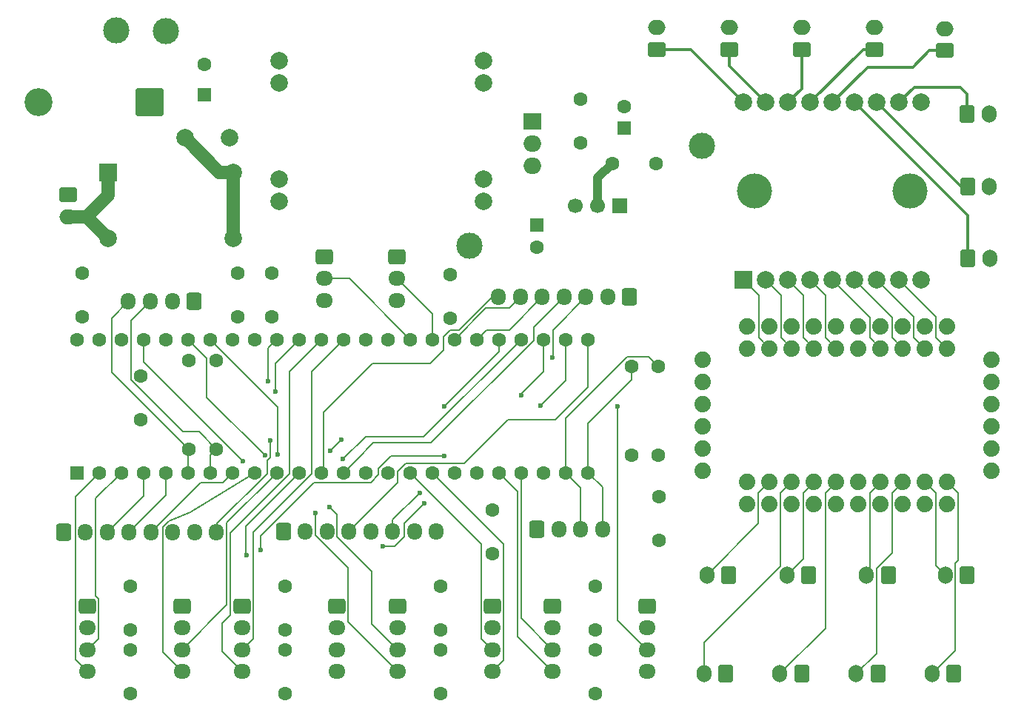
<source format=gbr>
%TF.GenerationSoftware,KiCad,Pcbnew,9.0.6*%
%TF.CreationDate,2026-01-04T18:25:18-08:00*%
%TF.ProjectId,2025_Animation_Controller,32303235-5f41-46e6-996d-6174696f6e5f,rev?*%
%TF.SameCoordinates,Original*%
%TF.FileFunction,Copper,L1,Top*%
%TF.FilePolarity,Positive*%
%FSLAX46Y46*%
G04 Gerber Fmt 4.6, Leading zero omitted, Abs format (unit mm)*
G04 Created by KiCad (PCBNEW 9.0.6) date 2026-01-04 18:25:18*
%MOMM*%
%LPD*%
G01*
G04 APERTURE LIST*
G04 Aperture macros list*
%AMRoundRect*
0 Rectangle with rounded corners*
0 $1 Rounding radius*
0 $2 $3 $4 $5 $6 $7 $8 $9 X,Y pos of 4 corners*
0 Add a 4 corners polygon primitive as box body*
4,1,4,$2,$3,$4,$5,$6,$7,$8,$9,$2,$3,0*
0 Add four circle primitives for the rounded corners*
1,1,$1+$1,$2,$3*
1,1,$1+$1,$4,$5*
1,1,$1+$1,$6,$7*
1,1,$1+$1,$8,$9*
0 Add four rect primitives between the rounded corners*
20,1,$1+$1,$2,$3,$4,$5,0*
20,1,$1+$1,$4,$5,$6,$7,0*
20,1,$1+$1,$6,$7,$8,$9,0*
20,1,$1+$1,$8,$9,$2,$3,0*%
G04 Aperture macros list end*
%TA.AperFunction,WasherPad*%
%ADD10C,4.000000*%
%TD*%
%TA.AperFunction,ComponentPad*%
%ADD11R,2.000000X2.000000*%
%TD*%
%TA.AperFunction,ComponentPad*%
%ADD12C,2.000000*%
%TD*%
%TA.AperFunction,ComponentPad*%
%ADD13C,3.000000*%
%TD*%
%TA.AperFunction,ComponentPad*%
%ADD14RoundRect,0.250000X0.750000X-0.600000X0.750000X0.600000X-0.750000X0.600000X-0.750000X-0.600000X0*%
%TD*%
%TA.AperFunction,ComponentPad*%
%ADD15O,2.000000X1.700000*%
%TD*%
%TA.AperFunction,ComponentPad*%
%ADD16RoundRect,0.250000X0.600000X0.750000X-0.600000X0.750000X-0.600000X-0.750000X0.600000X-0.750000X0*%
%TD*%
%TA.AperFunction,ComponentPad*%
%ADD17O,1.700000X2.000000*%
%TD*%
%TA.AperFunction,ComponentPad*%
%ADD18RoundRect,0.250000X-0.725000X0.600000X-0.725000X-0.600000X0.725000X-0.600000X0.725000X0.600000X0*%
%TD*%
%TA.AperFunction,ComponentPad*%
%ADD19O,1.950000X1.700000*%
%TD*%
%TA.AperFunction,ComponentPad*%
%ADD20RoundRect,0.250000X0.550000X-0.550000X0.550000X0.550000X-0.550000X0.550000X-0.550000X-0.550000X0*%
%TD*%
%TA.AperFunction,ComponentPad*%
%ADD21C,1.600000*%
%TD*%
%TA.AperFunction,ComponentPad*%
%ADD22RoundRect,0.250000X0.600000X0.725000X-0.600000X0.725000X-0.600000X-0.725000X0.600000X-0.725000X0*%
%TD*%
%TA.AperFunction,ComponentPad*%
%ADD23O,1.700000X1.950000*%
%TD*%
%TA.AperFunction,ComponentPad*%
%ADD24R,2.000000X1.905000*%
%TD*%
%TA.AperFunction,ComponentPad*%
%ADD25O,2.000000X1.905000*%
%TD*%
%TA.AperFunction,ComponentPad*%
%ADD26RoundRect,0.250000X-0.600000X-0.750000X0.600000X-0.750000X0.600000X0.750000X-0.600000X0.750000X0*%
%TD*%
%TA.AperFunction,ComponentPad*%
%ADD27RoundRect,0.250000X-0.550000X0.550000X-0.550000X-0.550000X0.550000X-0.550000X0.550000X0.550000X0*%
%TD*%
%TA.AperFunction,ComponentPad*%
%ADD28RoundRect,0.250000X-0.750000X0.600000X-0.750000X-0.600000X0.750000X-0.600000X0.750000X0.600000X0*%
%TD*%
%TA.AperFunction,ComponentPad*%
%ADD29RoundRect,0.250000X-0.600000X-0.725000X0.600000X-0.725000X0.600000X0.725000X-0.600000X0.725000X0*%
%TD*%
%TA.AperFunction,ComponentPad*%
%ADD30R,1.600000X1.600000*%
%TD*%
%TA.AperFunction,ComponentPad*%
%ADD31RoundRect,0.250000X1.350000X1.350000X-1.350000X1.350000X-1.350000X-1.350000X1.350000X-1.350000X0*%
%TD*%
%TA.AperFunction,ComponentPad*%
%ADD32C,3.200000*%
%TD*%
%TA.AperFunction,ComponentPad*%
%ADD33R,1.700000X1.700000*%
%TD*%
%TA.AperFunction,ComponentPad*%
%ADD34C,1.700000*%
%TD*%
%TA.AperFunction,ComponentPad*%
%ADD35C,1.879600*%
%TD*%
%TA.AperFunction,ViaPad*%
%ADD36C,0.600000*%
%TD*%
%TA.AperFunction,Conductor*%
%ADD37C,1.500000*%
%TD*%
%TA.AperFunction,Conductor*%
%ADD38C,0.200000*%
%TD*%
%TA.AperFunction,Conductor*%
%ADD39C,1.000000*%
%TD*%
%TA.AperFunction,Conductor*%
%ADD40C,0.300000*%
%TD*%
G04 APERTURE END LIST*
D10*
%TO.P,U1,*%
%TO.N,*%
X180720000Y-61600000D03*
X198500000Y-61600000D03*
D11*
%TO.P,U1,1,IN1*%
%TO.N,/LED_1*%
X179450000Y-71760000D03*
D12*
%TO.P,U1,2,IN2*%
%TO.N,/LED_2*%
X181990000Y-71760000D03*
%TO.P,U1,3,IN3*%
%TO.N,/LED_3*%
X184530000Y-71760000D03*
%TO.P,U1,4,IN4*%
%TO.N,/LED_4*%
X187070000Y-71760000D03*
%TO.P,U1,5,IN5*%
%TO.N,/LED_5*%
X189610000Y-71760000D03*
%TO.P,U1,6,IN6*%
%TO.N,/LED_6*%
X192150000Y-71760000D03*
%TO.P,U1,7,IN7*%
%TO.N,/LED_7*%
X194690000Y-71760000D03*
%TO.P,U1,8,IN8*%
%TO.N,/LED_8*%
X197230000Y-71760000D03*
%TO.P,U1,9,GND*%
%TO.N,GND*%
X199770000Y-71760000D03*
%TO.P,U1,10,COM*%
%TO.N,+12V*%
X199770000Y-51440000D03*
%TO.P,U1,11,OUT8*%
%TO.N,/LED_8_12V*%
X197230000Y-51440000D03*
%TO.P,U1,12,OUT7*%
%TO.N,/LED_7_12V*%
X194690000Y-51440000D03*
%TO.P,U1,13,OUT6*%
%TO.N,/LED_6_12V*%
X192150000Y-51440000D03*
%TO.P,U1,14,OUT5*%
%TO.N,/LED_5_12V*%
X189610000Y-51440000D03*
%TO.P,U1,15,OUT4*%
%TO.N,/LED_4_12V*%
X187070000Y-51440000D03*
%TO.P,U1,16,OUT3*%
%TO.N,/LED_3_12V*%
X184530000Y-51440000D03*
%TO.P,U1,17,OUT2*%
%TO.N,/LED_2_12V*%
X181990000Y-51440000D03*
%TO.P,U1,18,OUT1*%
%TO.N,/LED_1_12V*%
X179450000Y-51440000D03*
%TD*%
%TO.P,U3,1,Vin-*%
%TO.N,GND*%
X126300000Y-46700000D03*
%TO.P,U3,2,Vin-*%
X126300000Y-49240000D03*
%TO.P,U3,3,Vin+*%
%TO.N,+12V*%
X126300000Y-60232000D03*
%TO.P,U3,4,Vin+*%
X126300000Y-62772000D03*
%TO.P,U3,5,Vout+*%
%TO.N,+5V*%
X149668000Y-62772000D03*
%TO.P,U3,6,Vout+*%
X149668000Y-60232000D03*
%TO.P,U3,7,Vout-*%
%TO.N,GND*%
X149668000Y-49240000D03*
%TO.P,U3,8,Vout-*%
X149668000Y-46700000D03*
%TD*%
D13*
%TO.P,TP4,1,1*%
%TO.N,3V3_AUX*%
X174700000Y-56400000D03*
%TD*%
D14*
%TO.P,J5,1,Pin_1*%
%TO.N,/LED_4_12V*%
X194375000Y-45400000D03*
D15*
%TO.P,J5,2,Pin_2*%
%TO.N,+12V*%
X194375000Y-42900000D03*
%TD*%
D16*
%TO.P,J15,1,Pin_1*%
%TO.N,GND*%
X194800000Y-116800000D03*
D17*
%TO.P,J15,2,Pin_2*%
%TO.N,/BUTTON_6*%
X192300000Y-116800000D03*
%TD*%
D18*
%TO.P,J28,1,Pin_1*%
%TO.N,GND*%
X157600000Y-109050000D03*
D19*
%TO.P,J28,2,Pin_2*%
%TO.N,3V3_AUX*%
X157600000Y-111550000D03*
%TO.P,J28,3,Pin_3*%
%TO.N,/REMOTE_ACT_7_TX*%
X157600000Y-114050000D03*
%TO.P,J28,4,Pin_4*%
%TO.N,/REMOTE_ACT_7_RX*%
X157600000Y-116550000D03*
%TD*%
D20*
%TO.P,C16,1*%
%TO.N,3V3_AUX*%
X165800000Y-54396369D03*
D21*
%TO.P,C16,2*%
%TO.N,GND*%
X165800000Y-51896369D03*
%TD*%
%TO.P,C7,1*%
%TO.N,3V3_AUX*%
X109300000Y-114100000D03*
%TO.P,C7,2*%
%TO.N,GND*%
X109300000Y-119100000D03*
%TD*%
D14*
%TO.P,J3,1,Pin_1*%
%TO.N,/LED_2_12V*%
X177775000Y-45400000D03*
D15*
%TO.P,J3,2,Pin_2*%
%TO.N,+12V*%
X177775000Y-42900000D03*
%TD*%
D22*
%TO.P,J21,1,Pin_1*%
%TO.N,GND*%
X166400000Y-73700000D03*
D23*
%TO.P,J21,2,Pin_2*%
%TO.N,/Display_Power*%
X163900000Y-73700000D03*
%TO.P,J21,3,Pin_3*%
%TO.N,/SPI_SCK*%
X161400000Y-73700000D03*
%TO.P,J21,4,Pin_4*%
%TO.N,/SPI_MOSI*%
X158900000Y-73700000D03*
%TO.P,J21,5,Pin_5*%
%TO.N,/LCD_RST*%
X156400000Y-73700000D03*
%TO.P,J21,6,Pin_6*%
%TO.N,/LCD_DC*%
X153900000Y-73700000D03*
%TO.P,J21,7,Pin_7*%
%TO.N,/SPI_CS*%
X151400000Y-73700000D03*
%TD*%
D11*
%TO.P,D3,1*%
%TO.N,Net-(J30-Pin_2)*%
X106792500Y-59450000D03*
D12*
%TO.P,D3,2*%
X106792500Y-66950000D03*
%TO.P,D3,3*%
%TO.N,Net-(D3-Pad3)*%
X121042500Y-66950000D03*
%TO.P,D3,4*%
X121042500Y-59450000D03*
%TD*%
D16*
%TO.P,J10,1,Pin_1*%
%TO.N,GND*%
X177750000Y-105500000D03*
D17*
%TO.P,J10,2,Pin_2*%
%TO.N,/BUTTON_1*%
X175250000Y-105500000D03*
%TD*%
D18*
%TO.P,J20,1,Pin_1*%
%TO.N,GND*%
X139800000Y-69100000D03*
D19*
%TO.P,J20,2,Pin_2*%
%TO.N,/ANALOG_ACCEL_INPUT*%
X139800000Y-71600000D03*
%TO.P,J20,3,Pin_3*%
%TO.N,3V3_MCU*%
X139800000Y-74100000D03*
%TD*%
D16*
%TO.P,J16,1,Pin_1*%
%TO.N,GND*%
X205000000Y-105500000D03*
D17*
%TO.P,J16,2,Pin_2*%
%TO.N,/BUTTON_7*%
X202500000Y-105500000D03*
%TD*%
D14*
%TO.P,J2,1,Pin_1*%
%TO.N,/LED_1_12V*%
X169475000Y-45400000D03*
D15*
%TO.P,J2,2,Pin_2*%
%TO.N,+12V*%
X169475000Y-42900000D03*
%TD*%
D21*
%TO.P,C18,1*%
%TO.N,3V3_AUX*%
X160800000Y-56100000D03*
%TO.P,C18,2*%
%TO.N,GND*%
X160800000Y-51100000D03*
%TD*%
D18*
%TO.P,J24,1,Pin_1*%
%TO.N,GND*%
X122100000Y-109050000D03*
D19*
%TO.P,J24,2,Pin_2*%
%TO.N,3V3_AUX*%
X122100000Y-111550000D03*
%TO.P,J24,3,Pin_3*%
%TO.N,/REMOTE_ACT_3_TX*%
X122100000Y-114050000D03*
%TO.P,J24,4,Pin_4*%
%TO.N,/REMOTE_ACT_3_RX*%
X122100000Y-116550000D03*
%TD*%
D24*
%TO.P,U4,1,GND*%
%TO.N,GND*%
X155300000Y-53600000D03*
D25*
%TO.P,U4,2,VO*%
%TO.N,3V3_AUX*%
X155300000Y-56140000D03*
%TO.P,U4,3,VI*%
%TO.N,+5V*%
X155300000Y-58680000D03*
%TD*%
D21*
%TO.P,C2,1*%
%TO.N,3V3_MCU*%
X125500000Y-76000000D03*
%TO.P,C2,2*%
%TO.N,GND*%
X125500000Y-71000000D03*
%TD*%
%TO.P,C19,1*%
%TO.N,GND*%
X150725000Y-98100000D03*
%TO.P,C19,2*%
%TO.N,3V3_AUX*%
X150725000Y-103100000D03*
%TD*%
D26*
%TO.P,J8,1,Pin_1*%
%TO.N,/LED_7_12V*%
X205050000Y-61075000D03*
D17*
%TO.P,J8,2,Pin_2*%
%TO.N,+12V*%
X207550000Y-61075000D03*
%TD*%
D21*
%TO.P,C1,1*%
%TO.N,3V3_MCU*%
X121600000Y-76000000D03*
%TO.P,C1,2*%
%TO.N,GND*%
X121600000Y-71000000D03*
%TD*%
%TO.P,C6,1*%
%TO.N,3V3_AUX*%
X109300000Y-111800000D03*
%TO.P,C6,2*%
%TO.N,GND*%
X109300000Y-106800000D03*
%TD*%
D14*
%TO.P,J4,1,Pin_1*%
%TO.N,/LED_3_12V*%
X186075000Y-45375000D03*
D15*
%TO.P,J4,2,Pin_2*%
%TO.N,+12V*%
X186075000Y-42875000D03*
%TD*%
D21*
%TO.P,C4,1*%
%TO.N,3V3_AUX*%
X169800000Y-96500000D03*
%TO.P,C4,2*%
%TO.N,GND*%
X169800000Y-101500000D03*
%TD*%
D27*
%TO.P,C17,1*%
%TO.N,+5V*%
X155800000Y-65503631D03*
D21*
%TO.P,C17,2*%
%TO.N,GND*%
X155800000Y-68003631D03*
%TD*%
D13*
%TO.P,TP2,1,1*%
%TO.N,+12V*%
X113400000Y-43300000D03*
%TD*%
D28*
%TO.P,J30,1,Pin_1*%
%TO.N,GND*%
X102200000Y-62000000D03*
D15*
%TO.P,J30,2,Pin_2*%
%TO.N,Net-(J30-Pin_2)*%
X102200000Y-64500000D03*
%TD*%
D29*
%TO.P,J31,1,Pin_1*%
%TO.N,GND*%
X101675000Y-100575000D03*
D23*
%TO.P,J31,2,Pin_2*%
%TO.N,3V3_AUX*%
X104175000Y-100575000D03*
%TO.P,J31,3,Pin_3*%
%TO.N,/SPARE_2*%
X106675000Y-100575000D03*
%TO.P,J31,4,Pin_4*%
%TO.N,/SPARE_3*%
X109175000Y-100575000D03*
%TO.P,J31,5,Pin_5*%
%TO.N,/SPARE_6*%
X111675000Y-100575000D03*
%TO.P,J31,6,Pin_6*%
%TO.N,/SPARE_9*%
X114175000Y-100575000D03*
%TO.P,J31,7,Pin_7*%
%TO.N,/SPARE_26*%
X116675000Y-100575000D03*
%TO.P,J31,8,Pin_8*%
%TO.N,/SPARE_27*%
X119175000Y-100575000D03*
%TD*%
D29*
%TO.P,J32,1,Pin_1*%
%TO.N,GND*%
X126800000Y-100500000D03*
D23*
%TO.P,J32,2,Pin_2*%
%TO.N,3V3_AUX*%
X129300000Y-100500000D03*
%TO.P,J32,3,Pin_3*%
%TO.N,/SPARE_30*%
X131800000Y-100500000D03*
%TO.P,J32,4,Pin_4*%
%TO.N,/SPARE_33*%
X134300000Y-100500000D03*
%TO.P,J32,5,Pin_5*%
%TO.N,/SPARE_36*%
X136800000Y-100500000D03*
%TO.P,J32,6,Pin_6*%
%TO.N,/SPARE_37*%
X139300000Y-100500000D03*
%TO.P,J32,7,Pin_7*%
%TO.N,/SPARE_23*%
X141800000Y-100500000D03*
%TO.P,J32,8,Pin_8*%
%TO.N,unconnected-(J32-Pin_8-Pad8)*%
X144300000Y-100500000D03*
%TD*%
D18*
%TO.P,J19,1,Pin_1*%
%TO.N,GND*%
X131500000Y-69100000D03*
D19*
%TO.P,J19,2,Pin_2*%
%TO.N,/ANALOG_SPEED_INPUT*%
X131500000Y-71600000D03*
%TO.P,J19,3,Pin_3*%
%TO.N,3V3_MCU*%
X131500000Y-74100000D03*
%TD*%
D18*
%TO.P,J22,1,Pin_1*%
%TO.N,GND*%
X104400000Y-109050000D03*
D19*
%TO.P,J22,2,Pin_2*%
%TO.N,3V3_AUX*%
X104400000Y-111550000D03*
%TO.P,J22,3,Pin_3*%
%TO.N,/REMOTE_ACT_1_TX*%
X104400000Y-114050000D03*
%TO.P,J22,4,Pin_4*%
%TO.N,/REMOTE_ACT_1_RX*%
X104400000Y-116550000D03*
%TD*%
D30*
%TO.P,U2,1,GND*%
%TO.N,GND*%
X103205000Y-93800000D03*
D21*
%TO.P,U2,2,0_RX1_CRX2_CS1*%
%TO.N,/REMOTE_ACT_1_RX*%
X105745000Y-93800000D03*
%TO.P,U2,3,1_TX1_CTX2_MISO1*%
%TO.N,/REMOTE_ACT_1_TX*%
X108285000Y-93800000D03*
%TO.P,U2,4,2_OUT2*%
%TO.N,/SPARE_2*%
X110825000Y-93800000D03*
%TO.P,U2,5,3_LRCLK2*%
%TO.N,/SPARE_3*%
X113365000Y-93800000D03*
%TO.P,U2,6,4_BCLK2*%
%TO.N,/ENCODER_B*%
X115905000Y-93800000D03*
%TO.P,U2,7,5_IN2*%
%TO.N,/ENCODER_A*%
X118445000Y-93800000D03*
%TO.P,U2,8,6_OUT1D*%
%TO.N,/SPARE_6*%
X120985000Y-93800000D03*
%TO.P,U2,9,7_RX2_OUT1A*%
%TO.N,/REMOTE_ACT_2_RX*%
X123525000Y-93800000D03*
%TO.P,U2,10,8_TX2_IN1*%
%TO.N,/REMOTE_ACT_2_TX*%
X126065000Y-93800000D03*
%TO.P,U2,11,9_OUT1C*%
%TO.N,/SPARE_9*%
X128605000Y-93800000D03*
%TO.P,U2,12,10_CS_MQSR*%
%TO.N,/SPI_CS*%
X131145000Y-93800000D03*
%TO.P,U2,13,11_MOSI_CTX1*%
%TO.N,/SPI_MOSI*%
X133685000Y-93800000D03*
%TO.P,U2,14,12_MISO_MQSL*%
%TO.N,unconnected-(U2-12_MISO_MQSL-Pad14)*%
X136225000Y-93800000D03*
%TO.P,U2,15,3V3*%
%TO.N,3V3_MCU*%
X138765000Y-93800000D03*
%TO.P,U2,16,24_A10_TX6_SCL2*%
%TO.N,/REMOTE_ACT_6_TX*%
X141305000Y-93800000D03*
%TO.P,U2,17,25_A11_RX6_SDA2*%
%TO.N,/REMOTE_ACT_6_RX*%
X143845000Y-93800000D03*
%TO.P,U2,18,26_A12_MOSI1*%
%TO.N,/SPARE_26*%
X146385000Y-93800000D03*
%TO.P,U2,19,27_A13_SCK1*%
%TO.N,/SPARE_27*%
X148925000Y-93800000D03*
%TO.P,U2,20,28_RX7*%
%TO.N,/REMOTE_ACT_7_RX*%
X151465000Y-93800000D03*
%TO.P,U2,21,29_TX7*%
%TO.N,/REMOTE_ACT_7_TX*%
X154005000Y-93800000D03*
%TO.P,U2,22,30_CRX3*%
%TO.N,/SPARE_30*%
X156545000Y-93800000D03*
%TO.P,U2,23,31_CTX3*%
%TO.N,/I2C2_SDA*%
X159085000Y-93800000D03*
%TO.P,U2,24,32_OUT1B*%
%TO.N,/I2C2_SCL*%
X161625000Y-93800000D03*
%TO.P,U2,25,33_MCLK2*%
%TO.N,/SPARE_33*%
X161625000Y-78560000D03*
%TO.P,U2,26,34_RX8*%
%TO.N,/REMOTE_ACT_8_RX*%
X159085000Y-78560000D03*
%TO.P,U2,27,35_TX8*%
%TO.N,/REMOTE_ACT_8_TX*%
X156545000Y-78560000D03*
%TO.P,U2,28,36_CS*%
%TO.N,/SPARE_36*%
X154005000Y-78560000D03*
%TO.P,U2,29,37_CS*%
%TO.N,/SPARE_37*%
X151465000Y-78560000D03*
%TO.P,U2,30,38_CS1_IN1*%
%TO.N,/LCD_RST*%
X148925000Y-78560000D03*
%TO.P,U2,31,39_MISO1_OUT1A*%
%TO.N,/LCD_DC*%
X146385000Y-78560000D03*
%TO.P,U2,32,40_A16*%
%TO.N,/ANALOG_ACCEL_INPUT*%
X143845000Y-78560000D03*
%TO.P,U2,33,41_A17*%
%TO.N,/ANALOG_SPEED_INPUT*%
X141305000Y-78560000D03*
%TO.P,U2,34,GND*%
%TO.N,GND*%
X138765000Y-78560000D03*
%TO.P,U2,35,13_SCK_LED*%
%TO.N,/SPI_SCK*%
X136225000Y-78560000D03*
%TO.P,U2,36,14_A0_TX3_SPDIF_OUT*%
%TO.N,/REMOTE_ACT_3_TX*%
X133685000Y-78560000D03*
%TO.P,U2,37,15_A1_RX3_SPDIF_IN*%
%TO.N,/REMOTE_ACT_3_RX*%
X131145000Y-78560000D03*
%TO.P,U2,38,16_A2_RX4_SCL1*%
%TO.N,/REMOTE_ACT_4_RX*%
X128605000Y-78560000D03*
%TO.P,U2,39,17_A3_TX4_SDA1*%
%TO.N,/REMOTE_ACT_4_TX*%
X126065000Y-78560000D03*
%TO.P,U2,40,18_A4_SDA*%
%TO.N,/I2C_SDA*%
X123525000Y-78560000D03*
%TO.P,U2,41,19_A5_SCL*%
%TO.N,/I2C_SCL*%
X120985000Y-78560000D03*
%TO.P,U2,42,20_A6_TX5_LRCLK1*%
%TO.N,/REMOTE_ACT_5_TX*%
X118445000Y-78560000D03*
%TO.P,U2,43,21_A7_RX5_BCLK1*%
%TO.N,/REMOTE_ACT_5_RX*%
X115905000Y-78560000D03*
%TO.P,U2,44,22_A8_CTX1*%
%TO.N,/SX1509_INT*%
X113365000Y-78560000D03*
%TO.P,U2,45,23_A9_CRX1_MCLK1*%
%TO.N,/SPARE_23*%
X110825000Y-78560000D03*
%TO.P,U2,46,3V3*%
%TO.N,3V3_MCU*%
X108285000Y-78560000D03*
%TO.P,U2,47,GND*%
%TO.N,GND*%
X105745000Y-78560000D03*
%TO.P,U2,48,VIN*%
%TO.N,+5V*%
X103205000Y-78560000D03*
%TD*%
D16*
%TO.P,J13,1,Pin_1*%
%TO.N,GND*%
X186100000Y-116800000D03*
D17*
%TO.P,J13,2,Pin_2*%
%TO.N,/BUTTON_4*%
X183600000Y-116800000D03*
%TD*%
D21*
%TO.P,C11,1*%
%TO.N,3V3_AUX*%
X144800000Y-114100000D03*
%TO.P,C11,2*%
%TO.N,GND*%
X144800000Y-119100000D03*
%TD*%
D31*
%TO.P,D2,1,K*%
%TO.N,+12V*%
X111500000Y-51400000D03*
D32*
%TO.P,D2,2,A*%
%TO.N,GND*%
X98800000Y-51400000D03*
%TD*%
D21*
%TO.P,C14,1*%
%TO.N,+5V*%
X103800000Y-76000000D03*
%TO.P,C14,2*%
%TO.N,GND*%
X103800000Y-71000000D03*
%TD*%
D22*
%TO.P,J18,1,Pin_1*%
%TO.N,GND*%
X116600000Y-74200000D03*
D23*
%TO.P,J18,2,Pin_2*%
%TO.N,3V3_MCU*%
X114100000Y-74200000D03*
%TO.P,J18,3,Pin_3*%
%TO.N,/ENCODER_A*%
X111600000Y-74200000D03*
%TO.P,J18,4,Pin_4*%
%TO.N,/ENCODER_B*%
X109100000Y-74200000D03*
%TD*%
D29*
%TO.P,J1,1,Pin_1*%
%TO.N,GND*%
X155795000Y-100250000D03*
D23*
%TO.P,J1,2,Pin_2*%
%TO.N,3V3_AUX*%
X158295000Y-100250000D03*
%TO.P,J1,3,Pin_3*%
%TO.N,/I2C2_SDA*%
X160795000Y-100250000D03*
%TO.P,J1,4,Pin_4*%
%TO.N,/I2C2_SCL*%
X163295000Y-100250000D03*
%TD*%
D20*
%TO.P,C20,1*%
%TO.N,+12V*%
X117800000Y-50552651D03*
D21*
%TO.P,C20,2*%
%TO.N,GND*%
X117800000Y-47052651D03*
%TD*%
D33*
%TO.P,JP1,1,A*%
%TO.N,3V3_AUX*%
X165280000Y-63300000D03*
D34*
%TO.P,JP1,2,C*%
%TO.N,/Display_Power*%
X162740000Y-63300000D03*
%TO.P,JP1,3,B*%
%TO.N,+5V*%
X160200000Y-63300000D03*
%TD*%
D18*
%TO.P,J26,1,Pin_1*%
%TO.N,GND*%
X139900000Y-109050000D03*
D19*
%TO.P,J26,2,Pin_2*%
%TO.N,3V3_AUX*%
X139900000Y-111550000D03*
%TO.P,J26,3,Pin_3*%
%TO.N,/REMOTE_ACT_5_TX*%
X139900000Y-114050000D03*
%TO.P,J26,4,Pin_4*%
%TO.N,/REMOTE_ACT_5_RX*%
X139900000Y-116550000D03*
%TD*%
D18*
%TO.P,J29,1,Pin_1*%
%TO.N,GND*%
X168400000Y-109050000D03*
D19*
%TO.P,J29,2,Pin_2*%
%TO.N,3V3_AUX*%
X168400000Y-111550000D03*
%TO.P,J29,3,Pin_3*%
%TO.N,/REMOTE_ACT_8_TX*%
X168400000Y-114050000D03*
%TO.P,J29,4,Pin_4*%
%TO.N,/REMOTE_ACT_8_RX*%
X168400000Y-116550000D03*
%TD*%
D18*
%TO.P,J25,1,Pin_1*%
%TO.N,GND*%
X132900000Y-109050000D03*
D19*
%TO.P,J25,2,Pin_2*%
%TO.N,3V3_AUX*%
X132900000Y-111550000D03*
%TO.P,J25,3,Pin_3*%
%TO.N,/REMOTE_ACT_4_TX*%
X132900000Y-114050000D03*
%TO.P,J25,4,Pin_4*%
%TO.N,/REMOTE_ACT_4_RX*%
X132900000Y-116550000D03*
%TD*%
D21*
%TO.P,C12,1*%
%TO.N,3V3_AUX*%
X162500000Y-111800000D03*
%TO.P,C12,2*%
%TO.N,GND*%
X162500000Y-106800000D03*
%TD*%
D18*
%TO.P,J23,1,Pin_1*%
%TO.N,GND*%
X115200000Y-109050000D03*
D19*
%TO.P,J23,2,Pin_2*%
%TO.N,3V3_AUX*%
X115200000Y-111550000D03*
%TO.P,J23,3,Pin_3*%
%TO.N,/REMOTE_ACT_2_TX*%
X115200000Y-114050000D03*
%TO.P,J23,4,Pin_4*%
%TO.N,/REMOTE_ACT_2_RX*%
X115200000Y-116550000D03*
%TD*%
D21*
%TO.P,C8,1*%
%TO.N,3V3_AUX*%
X127000000Y-111800000D03*
%TO.P,C8,2*%
%TO.N,GND*%
X127000000Y-106800000D03*
%TD*%
%TO.P,C13,1*%
%TO.N,3V3_AUX*%
X162500000Y-114100000D03*
%TO.P,C13,2*%
%TO.N,GND*%
X162500000Y-119100000D03*
%TD*%
D16*
%TO.P,J11,1,Pin_1*%
%TO.N,GND*%
X177400000Y-116800000D03*
D17*
%TO.P,J11,2,Pin_2*%
%TO.N,/BUTTON_2*%
X174900000Y-116800000D03*
%TD*%
D13*
%TO.P,TP1,1,1*%
%TO.N,GND*%
X107700000Y-43200000D03*
%TD*%
%TO.P,TP3,1,1*%
%TO.N,+5V*%
X148100000Y-67800000D03*
%TD*%
D16*
%TO.P,J12,1,Pin_1*%
%TO.N,GND*%
X186900000Y-105500000D03*
D17*
%TO.P,J12,2,Pin_2*%
%TO.N,/BUTTON_3*%
X184400000Y-105500000D03*
%TD*%
D26*
%TO.P,J7,1,Pin_1*%
%TO.N,/LED_6_12V*%
X205100000Y-69300000D03*
D17*
%TO.P,J7,2,Pin_2*%
%TO.N,+12V*%
X207600000Y-69300000D03*
%TD*%
D35*
%TO.P,U5,1,~{INT}*%
%TO.N,/SX1509_INT*%
X174800000Y-93570000D03*
%TO.P,U5,2,~{RST}*%
%TO.N,unconnected-(U5-~{RST}-Pad2)*%
X174800000Y-91030000D03*
%TO.P,U5,3,GND*%
%TO.N,GND*%
X174800000Y-88490000D03*
%TO.P,U5,4,3V3*%
%TO.N,3V3_AUX*%
X174800000Y-85950000D03*
%TO.P,U5,5,~{SDA}*%
%TO.N,/I2C_SDA*%
X174800000Y-83410000D03*
%TO.P,U5,6,~{SCL}*%
%TO.N,/I2C_SCL*%
X174800000Y-80870000D03*
%TO.P,U5,7,OSC*%
%TO.N,unconnected-(U5-OSC-Pad7)*%
X207820000Y-93570000D03*
%TO.P,U5,8,~{RST}*%
%TO.N,unconnected-(U5-~{RST}-Pad8)*%
X207820000Y-91030000D03*
%TO.P,U5,9,GND*%
%TO.N,GND*%
X207820000Y-88490000D03*
%TO.P,U5,10,3V3*%
%TO.N,unconnected-(U5-3V3-Pad10)*%
X207820000Y-85950000D03*
%TO.P,U5,11,~{SDA}*%
%TO.N,unconnected-(U5-~{SDA}-Pad11)*%
X207820000Y-83410000D03*
%TO.P,U5,12,~{SCL}*%
%TO.N,unconnected-(U5-~{SCL}-Pad12)*%
X207820000Y-80870000D03*
%TO.P,U5,13,GND*%
%TO.N,GND*%
X179880000Y-94840000D03*
%TO.P,U5,14,P0*%
%TO.N,/BUTTON_1*%
X182420000Y-94840000D03*
%TO.P,U5,15,P1*%
%TO.N,/BUTTON_2*%
X184960000Y-94840000D03*
%TO.P,U5,16,P2*%
%TO.N,/BUTTON_3*%
X187500000Y-94840000D03*
%TO.P,U5,17,P3*%
%TO.N,/BUTTON_4*%
X190040000Y-94840000D03*
%TO.P,U5,18,VC1*%
%TO.N,unconnected-(U5-VC1-Pad18)*%
X192580000Y-94840000D03*
%TO.P,U5,19,P4*%
%TO.N,/BUTTON_5*%
X195120000Y-94840000D03*
%TO.P,U5,20,P5*%
%TO.N,/BUTTON_6*%
X197660000Y-94840000D03*
%TO.P,U5,21,P6*%
%TO.N,/BUTTON_7*%
X200200000Y-94840000D03*
%TO.P,U5,22,P7*%
%TO.N,/BUTTON_8*%
X202740000Y-94840000D03*
%TO.P,U5,23,P8*%
%TO.N,/LED_8*%
X202740000Y-79600000D03*
%TO.P,U5,24,P9*%
%TO.N,/LED_7*%
X200200000Y-79600000D03*
%TO.P,U5,25,P10*%
%TO.N,/LED_6*%
X197660000Y-79600000D03*
%TO.P,U5,26,P11*%
%TO.N,/LED_5*%
X195120000Y-79600000D03*
%TO.P,U5,27,VC2*%
%TO.N,unconnected-(U5-VC2-Pad27)*%
X192580000Y-79600000D03*
%TO.P,U5,28,P12*%
%TO.N,/LED_4*%
X190040000Y-79600000D03*
%TO.P,U5,29,P13*%
%TO.N,/LED_3*%
X187500000Y-79600000D03*
%TO.P,U5,30,P14*%
%TO.N,/LED_2*%
X184960000Y-79600000D03*
%TO.P,U5,31,P15*%
%TO.N,/LED_1*%
X182420000Y-79600000D03*
%TO.P,U5,32,GND*%
%TO.N,GND*%
X179880000Y-79600000D03*
%TO.P,U5,33,GND*%
X179880000Y-77060000D03*
%TO.P,U5,34,P15_COM*%
X182420000Y-77060000D03*
%TO.P,U5,35,P14_COM*%
X184960000Y-77060000D03*
%TO.P,U5,36,P13_COM*%
X187500000Y-77060000D03*
%TO.P,U5,37,P12_COM*%
X190040000Y-77060000D03*
%TO.P,U5,38,VC2_COM*%
X192580000Y-77060000D03*
%TO.P,U5,39,P11_COM*%
X195120000Y-77060000D03*
%TO.P,U5,40,P10_COM*%
X197660000Y-77060000D03*
%TO.P,U5,41,P9_COM*%
X200200000Y-77060000D03*
%TO.P,U5,42,P8_COM*%
X202740000Y-77060000D03*
%TO.P,U5,43,P7_COM*%
X202740000Y-97380000D03*
%TO.P,U5,44,P6_COM*%
X200200000Y-97380000D03*
%TO.P,U5,45,P5_COM*%
X197660000Y-97380000D03*
%TO.P,U5,46,P4_COM*%
X195120000Y-97380000D03*
%TO.P,U5,47,VC1_COM*%
X192580000Y-97380000D03*
%TO.P,U5,48,P3_COM*%
X190040000Y-97380000D03*
%TO.P,U5,49,P2_COM*%
X187500000Y-97380000D03*
%TO.P,U5,50,P1_COM*%
X184960000Y-97380000D03*
%TO.P,U5,51,P0_COM*%
X182420000Y-97380000D03*
%TO.P,U5,52,GND*%
X179880000Y-97380000D03*
%TD*%
D21*
%TO.P,C9,1*%
%TO.N,3V3_AUX*%
X127000000Y-114100000D03*
%TO.P,C9,2*%
%TO.N,GND*%
X127000000Y-119100000D03*
%TD*%
D16*
%TO.P,J17,1,Pin_1*%
%TO.N,GND*%
X203500000Y-116800000D03*
D17*
%TO.P,J17,2,Pin_2*%
%TO.N,/BUTTON_8*%
X201000000Y-116800000D03*
%TD*%
D21*
%TO.P,C10,1*%
%TO.N,3V3_AUX*%
X144800000Y-111800000D03*
%TO.P,C10,2*%
%TO.N,GND*%
X144800000Y-106800000D03*
%TD*%
D16*
%TO.P,J14,1,Pin_1*%
%TO.N,GND*%
X196000000Y-105500000D03*
D17*
%TO.P,J14,2,Pin_2*%
%TO.N,/BUTTON_5*%
X193500000Y-105500000D03*
%TD*%
D26*
%TO.P,J9,1,Pin_1*%
%TO.N,/LED_8_12V*%
X205000000Y-52800000D03*
D17*
%TO.P,J9,2,Pin_2*%
%TO.N,+12V*%
X207500000Y-52800000D03*
%TD*%
D14*
%TO.P,J6,1,Pin_1*%
%TO.N,/LED_5_12V*%
X202475000Y-45500000D03*
D15*
%TO.P,J6,2,Pin_2*%
%TO.N,+12V*%
X202475000Y-43000000D03*
%TD*%
D18*
%TO.P,J27,1,Pin_1*%
%TO.N,GND*%
X150700000Y-109050000D03*
D19*
%TO.P,J27,2,Pin_2*%
%TO.N,3V3_AUX*%
X150700000Y-111550000D03*
%TO.P,J27,3,Pin_3*%
%TO.N,/REMOTE_ACT_6_TX*%
X150700000Y-114050000D03*
%TO.P,J27,4,Pin_4*%
%TO.N,/REMOTE_ACT_6_RX*%
X150700000Y-116550000D03*
%TD*%
D21*
%TO.P,C5,1*%
%TO.N,/Display_Power*%
X164400000Y-58400000D03*
%TO.P,C5,2*%
%TO.N,GND*%
X169400000Y-58400000D03*
%TD*%
%TO.P,C3,1*%
%TO.N,3V3_MCU*%
X145900000Y-76100000D03*
%TO.P,C3,2*%
%TO.N,GND*%
X145900000Y-71100000D03*
%TD*%
D12*
%TO.P,F1,1*%
%TO.N,Net-(D3-Pad3)*%
X115560000Y-55500000D03*
%TO.P,F1,2*%
%TO.N,+12V*%
X120640000Y-55510000D03*
%TD*%
D21*
%TO.P,R2,1*%
%TO.N,/I2C2_SDA*%
X169700000Y-81620000D03*
%TO.P,R2,2*%
%TO.N,3V3_AUX*%
X169700000Y-91780000D03*
%TD*%
%TO.P,C15,1*%
%TO.N,3V3_MCU*%
X110500000Y-82700000D03*
%TO.P,C15,2*%
%TO.N,GND*%
X110500000Y-87700000D03*
%TD*%
%TO.P,R3,1*%
%TO.N,3V3_MCU*%
X116000000Y-80940000D03*
%TO.P,R3,2*%
%TO.N,/ENCODER_B*%
X116000000Y-91100000D03*
%TD*%
%TO.P,R4,1*%
%TO.N,3V3_MCU*%
X119165000Y-80940000D03*
%TO.P,R4,2*%
%TO.N,/ENCODER_A*%
X119165000Y-91100000D03*
%TD*%
%TO.P,R1,1*%
%TO.N,3V3_AUX*%
X166600000Y-91780000D03*
%TO.P,R1,2*%
%TO.N,/I2C2_SCL*%
X166600000Y-81620000D03*
%TD*%
D36*
%TO.N,/SPARE_26*%
X145200000Y-91900000D03*
X124200000Y-102600000D03*
%TO.N,/SPARE_27*%
X132200000Y-91300000D03*
X133400000Y-90000000D03*
X125300000Y-90100000D03*
%TO.N,/SPARE_37*%
X145200000Y-86200000D03*
X142400000Y-96100000D03*
%TO.N,/SPARE_30*%
X142900000Y-97300000D03*
X138200000Y-102200000D03*
%TO.N,/SPARE_9*%
X122600000Y-103200000D03*
%TO.N,/SPARE_36*%
X133650707Y-92249293D03*
%TO.N,/SPI_SCK*%
X157600000Y-80600000D03*
%TO.N,/REMOTE_ACT_4_TX*%
X125100000Y-83300000D03*
%TO.N,/REMOTE_ACT_4_RX*%
X125900000Y-84500000D03*
%TO.N,/REMOTE_ACT_5_RX*%
X124700000Y-91800000D03*
X130500000Y-98400000D03*
%TO.N,/REMOTE_ACT_5_TX*%
X126200000Y-91700000D03*
X132100000Y-97700000D03*
%TO.N,/SPARE_23*%
X122200000Y-92500000D03*
%TO.N,/REMOTE_ACT_8_RX*%
X156200000Y-86100000D03*
%TO.N,/REMOTE_ACT_8_TX*%
X154000000Y-84900000D03*
X165000000Y-86200000D03*
%TD*%
D37*
%TO.N,Net-(D3-Pad3)*%
X121042500Y-66950000D02*
X121042500Y-59450000D01*
D38*
%TO.N,/SPARE_26*%
X137664000Y-94036000D02*
X137664000Y-93336000D01*
X136799000Y-94901000D02*
X137664000Y-94036000D01*
X130287840Y-94901000D02*
X136799000Y-94901000D01*
X137664000Y-93336000D02*
X139100000Y-91900000D01*
X124200000Y-100988840D02*
X130287840Y-94901000D01*
X139100000Y-91900000D02*
X145200000Y-91900000D01*
X124200000Y-102600000D02*
X124200000Y-100988840D01*
%TO.N,/REMOTE_ACT_5_TX*%
X136949000Y-111099000D02*
X139900000Y-114050000D01*
X136949000Y-105099760D02*
X136949000Y-111099000D01*
X132951000Y-101101760D02*
X136949000Y-105099760D01*
X132100000Y-97700000D02*
X132951000Y-98551000D01*
X132951000Y-98551000D02*
X132951000Y-101101760D01*
%TO.N,/REMOTE_ACT_5_RX*%
X134176000Y-110826000D02*
X139900000Y-116550000D01*
X134176000Y-104628760D02*
X134176000Y-110826000D01*
X130451000Y-100903760D02*
X134176000Y-104628760D01*
X130451000Y-98851000D02*
X130451000Y-100903760D01*
X130500000Y-98400000D02*
X130500000Y-98802000D01*
X130500000Y-98802000D02*
X130451000Y-98851000D01*
%TO.N,/SPARE_9*%
X122500000Y-99905000D02*
X128605000Y-93800000D01*
X122600000Y-103200000D02*
X122500000Y-103100000D01*
X122500000Y-103100000D02*
X122500000Y-99905000D01*
%TO.N,/SPARE_27*%
X132300000Y-91200000D02*
X132200000Y-91300000D01*
X132300000Y-91100000D02*
X132300000Y-91200000D01*
X133400000Y-90000000D02*
X132300000Y-91100000D01*
%TO.N,/SPI_CS*%
X145100000Y-78287950D02*
X145100000Y-79800000D01*
X145928950Y-77459000D02*
X145100000Y-78287950D01*
X150677900Y-73700000D02*
X151400000Y-73700000D01*
X146918900Y-77459000D02*
X150677900Y-73700000D01*
X145928950Y-77459000D02*
X146918900Y-77459000D01*
X131400000Y-86900000D02*
X137000000Y-81300000D01*
X131400000Y-93545000D02*
X131400000Y-86900000D01*
X137000000Y-81300000D02*
X143600000Y-81300000D01*
X131145000Y-93800000D02*
X131400000Y-93545000D01*
X143600000Y-81300000D02*
X145100000Y-79800000D01*
%TO.N,/SPARE_27*%
X125300000Y-92049943D02*
X125300000Y-90100000D01*
X124964000Y-92385943D02*
X125300000Y-92049943D01*
X124964000Y-93918050D02*
X124964000Y-92385943D01*
X119175000Y-99707050D02*
X124964000Y-93918050D01*
X119175000Y-100575000D02*
X119175000Y-99707050D01*
%TO.N,/SPARE_37*%
X151465000Y-79935000D02*
X151465000Y-78560000D01*
X145200000Y-86200000D02*
X151465000Y-79935000D01*
%TO.N,/SPARE_36*%
X136200000Y-89700000D02*
X133650707Y-92249293D01*
X142865000Y-89700000D02*
X136200000Y-89700000D01*
X154005000Y-78560000D02*
X142865000Y-89700000D01*
%TO.N,/SPI_MOSI*%
X135187000Y-92298000D02*
X133685000Y-93800000D01*
X135202000Y-92298000D02*
X135187000Y-92298000D01*
X137100000Y-90400000D02*
X135202000Y-92298000D01*
X143722050Y-90400000D02*
X137100000Y-90400000D01*
X155444000Y-78678050D02*
X143722050Y-90400000D01*
X155444000Y-77156000D02*
X155444000Y-78678050D01*
X158900000Y-73700000D02*
X155444000Y-77156000D01*
%TO.N,/SPARE_37*%
X139300000Y-99200000D02*
X142400000Y-96100000D01*
X139300000Y-100500000D02*
X139300000Y-99200000D01*
%TO.N,/SPARE_30*%
X140649000Y-99551000D02*
X142900000Y-97300000D01*
X140649000Y-101101760D02*
X140649000Y-99551000D01*
X139550760Y-102200000D02*
X140649000Y-101101760D01*
X138200000Y-102200000D02*
X139550760Y-102200000D01*
%TO.N,/LCD_RST*%
X150026000Y-77459000D02*
X148925000Y-78560000D01*
X152641000Y-77459000D02*
X150026000Y-77459000D01*
X156400000Y-73700000D02*
X152641000Y-77459000D01*
%TO.N,/SPI_SCK*%
X157646000Y-77454000D02*
X161400000Y-73700000D01*
X157646000Y-80554000D02*
X157646000Y-77454000D01*
X157600000Y-80600000D02*
X157646000Y-80554000D01*
%TO.N,/REMOTE_ACT_4_TX*%
X125100000Y-79525000D02*
X125100000Y-83300000D01*
X126065000Y-78560000D02*
X125100000Y-79525000D01*
%TO.N,/REMOTE_ACT_4_RX*%
X125900000Y-81265000D02*
X128605000Y-78560000D01*
X125900000Y-84500000D02*
X125900000Y-81265000D01*
%TO.N,/REMOTE_ACT_5_RX*%
X118064000Y-80719000D02*
X115905000Y-78560000D01*
X118064000Y-85164000D02*
X118064000Y-80719000D01*
X124700000Y-91800000D02*
X118064000Y-85164000D01*
%TO.N,/REMOTE_ACT_5_TX*%
X126200000Y-86315000D02*
X118445000Y-78560000D01*
X126200000Y-91700000D02*
X126200000Y-86315000D01*
%TO.N,/SPARE_23*%
X110825000Y-81125000D02*
X122300000Y-92600000D01*
X110825000Y-78560000D02*
X110825000Y-81125000D01*
%TO.N,/ENCODER_A*%
X115342950Y-89100000D02*
X117165000Y-89100000D01*
X109399000Y-83156050D02*
X115342950Y-89100000D01*
X117165000Y-89100000D02*
X119165000Y-91100000D01*
X109399000Y-76401000D02*
X109399000Y-83156050D01*
X111600000Y-74200000D02*
X109399000Y-76401000D01*
%TO.N,/REMOTE_ACT_8_RX*%
X159085000Y-83215000D02*
X159085000Y-78560000D01*
X156200000Y-86100000D02*
X159085000Y-83215000D01*
%TO.N,/SPARE_33*%
X161625000Y-83975000D02*
X161625000Y-78560000D01*
X157900000Y-87700000D02*
X161625000Y-83975000D01*
X139866000Y-94934000D02*
X134300000Y-100500000D01*
X139866000Y-93681950D02*
X139866000Y-94934000D01*
X147486000Y-92699000D02*
X140848950Y-92699000D01*
X152485000Y-87700000D02*
X147486000Y-92699000D01*
X140848950Y-92699000D02*
X139866000Y-93681950D01*
X157900000Y-87700000D02*
X152485000Y-87700000D01*
%TO.N,/REMOTE_ACT_8_TX*%
X156545000Y-82255000D02*
X156545000Y-78560000D01*
X154000000Y-84800000D02*
X156545000Y-82255000D01*
X154000000Y-84900000D02*
X154000000Y-84800000D01*
X165000000Y-86200000D02*
X165000000Y-86100000D01*
X165000000Y-110650000D02*
X165000000Y-86200000D01*
X168400000Y-114050000D02*
X165000000Y-110650000D01*
%TO.N,/LCD_DC*%
X149969000Y-74976000D02*
X152624000Y-74976000D01*
X152624000Y-74976000D02*
X153900000Y-73700000D01*
X146385000Y-78560000D02*
X149969000Y-74976000D01*
%TO.N,/ANALOG_SPEED_INPUT*%
X141305000Y-78560000D02*
X134345000Y-71600000D01*
X134345000Y-71600000D02*
X131500000Y-71600000D01*
%TO.N,/ANALOG_ACCEL_INPUT*%
X143845000Y-75645000D02*
X143845000Y-78560000D01*
X139800000Y-71600000D02*
X143845000Y-75645000D01*
D39*
%TO.N,/Display_Power*%
X162740000Y-60060000D02*
X162740000Y-63300000D01*
X164400000Y-58400000D02*
X162740000Y-60060000D01*
D37*
%TO.N,Net-(D3-Pad3)*%
X119510000Y-59450000D02*
X115560000Y-55500000D01*
X121042500Y-59450000D02*
X119510000Y-59450000D01*
%TO.N,Net-(J30-Pin_2)*%
X106792500Y-62050000D02*
X106792500Y-59450000D01*
X104342500Y-64500000D02*
X106792500Y-62050000D01*
X104342500Y-64500000D02*
X106792500Y-66950000D01*
X102200000Y-64500000D02*
X104342500Y-64500000D01*
D40*
%TO.N,/LED_6_12V*%
X192150000Y-51440000D02*
X205100000Y-64390000D01*
X205100000Y-64390000D02*
X205100000Y-69300000D01*
%TO.N,/LED_7_12V*%
X204325000Y-61075000D02*
X205050000Y-61075000D01*
X194690000Y-51440000D02*
X204325000Y-61075000D01*
%TO.N,/LED_8_12V*%
X205000000Y-50500000D02*
X205000000Y-52800000D01*
X204200000Y-49700000D02*
X205000000Y-50500000D01*
X198970000Y-49700000D02*
X204200000Y-49700000D01*
X197230000Y-51440000D02*
X198970000Y-49700000D01*
%TO.N,/LED_5_12V*%
X193650000Y-47400000D02*
X189610000Y-51440000D01*
X200700000Y-45500000D02*
X198800000Y-47400000D01*
X202475000Y-45500000D02*
X200700000Y-45500000D01*
X198800000Y-47400000D02*
X193650000Y-47400000D01*
%TO.N,/LED_4_12V*%
X193110000Y-45400000D02*
X187070000Y-51440000D01*
X194375000Y-45400000D02*
X193110000Y-45400000D01*
%TO.N,/LED_3_12V*%
X186075000Y-49895000D02*
X184530000Y-51440000D01*
X186075000Y-45375000D02*
X186075000Y-49895000D01*
%TO.N,/LED_2_12V*%
X177775000Y-47225000D02*
X181990000Y-51440000D01*
X177775000Y-45400000D02*
X177775000Y-47225000D01*
%TO.N,/LED_1_12V*%
X173410000Y-45400000D02*
X179450000Y-51440000D01*
X169475000Y-45400000D02*
X173410000Y-45400000D01*
D38*
%TO.N,/REMOTE_ACT_3_TX*%
X130044000Y-82201000D02*
X133685000Y-78560000D01*
X123376000Y-100586050D02*
X130044000Y-93918050D01*
X130044000Y-93918050D02*
X130044000Y-82201000D01*
X122100000Y-114050000D02*
X123376000Y-112774000D01*
X123376000Y-112774000D02*
X123376000Y-100586050D01*
%TO.N,/REMOTE_ACT_3_RX*%
X120727000Y-100695050D02*
X120727000Y-110073000D01*
X127504000Y-93918050D02*
X120727000Y-100695050D01*
X119800000Y-114250000D02*
X122100000Y-116550000D01*
X127504000Y-82201000D02*
X127504000Y-93918050D01*
X120727000Y-110073000D02*
X119800000Y-111000000D01*
X131145000Y-78560000D02*
X127504000Y-82201000D01*
X119800000Y-111000000D02*
X119800000Y-114250000D01*
%TO.N,/REMOTE_ACT_2_TX*%
X120326000Y-99539000D02*
X126065000Y-93800000D01*
X120326000Y-108924000D02*
X120326000Y-99539000D01*
X115200000Y-114050000D02*
X120326000Y-108924000D01*
%TO.N,/REMOTE_ACT_2_RX*%
X113000000Y-114350000D02*
X115200000Y-116550000D01*
X116200000Y-98300000D02*
X113698240Y-99299000D01*
X123525000Y-93800000D02*
X116200000Y-98300000D01*
X113698240Y-99299000D02*
X113000000Y-99997240D01*
X113000000Y-99997240D02*
X113000000Y-114350000D01*
%TO.N,/REMOTE_ACT_6_TX*%
X149424000Y-101919000D02*
X141305000Y-93800000D01*
X149424000Y-112774000D02*
X149424000Y-101919000D01*
X150700000Y-114050000D02*
X149424000Y-112774000D01*
%TO.N,/REMOTE_ACT_6_RX*%
X151976000Y-101931000D02*
X143845000Y-93800000D01*
X151976000Y-115274000D02*
X151976000Y-101931000D01*
X150700000Y-116550000D02*
X151976000Y-115274000D01*
%TO.N,/REMOTE_ACT_7_RX*%
X153600000Y-112550000D02*
X153600000Y-95935000D01*
X157600000Y-116550000D02*
X153600000Y-112550000D01*
X153600000Y-95935000D02*
X151465000Y-93800000D01*
%TO.N,/REMOTE_ACT_7_TX*%
X154005000Y-110455000D02*
X154005000Y-93800000D01*
X157600000Y-114050000D02*
X154005000Y-110455000D01*
%TO.N,/I2C2_SCL*%
X163295000Y-95470000D02*
X161625000Y-93800000D01*
X163295000Y-100250000D02*
X163295000Y-95470000D01*
%TO.N,/I2C2_SDA*%
X160795000Y-95510000D02*
X159085000Y-93800000D01*
X160795000Y-100250000D02*
X160795000Y-95510000D01*
X168599000Y-80519000D02*
X169700000Y-81620000D01*
X166143950Y-80519000D02*
X168599000Y-80519000D01*
X159085000Y-87577950D02*
X166143950Y-80519000D01*
X159085000Y-93800000D02*
X159085000Y-87577950D01*
%TO.N,/I2C2_SCL*%
X161625000Y-88175000D02*
X166600000Y-83200000D01*
X161625000Y-93800000D02*
X161625000Y-88175000D01*
X166600000Y-83200000D02*
X166600000Y-81620000D01*
%TO.N,/SPARE_6*%
X119884000Y-94901000D02*
X120985000Y-93800000D01*
X117349000Y-94901000D02*
X119884000Y-94901000D01*
X111675000Y-100575000D02*
X117349000Y-94901000D01*
%TO.N,/ENCODER_B*%
X107184000Y-76116000D02*
X109100000Y-74200000D01*
X107184000Y-82284000D02*
X107184000Y-76116000D01*
X116000000Y-91100000D02*
X107184000Y-82284000D01*
%TO.N,/ENCODER_A*%
X118445000Y-91820000D02*
X119165000Y-91100000D01*
X118445000Y-93800000D02*
X118445000Y-91820000D01*
%TO.N,/ENCODER_B*%
X115905000Y-93800000D02*
X115905000Y-91195000D01*
X115905000Y-91195000D02*
X116000000Y-91100000D01*
%TO.N,/SPARE_3*%
X113365000Y-96385000D02*
X109175000Y-100575000D01*
X113365000Y-93800000D02*
X113365000Y-96385000D01*
%TO.N,/SPARE_2*%
X110825000Y-96425000D02*
X106675000Y-100575000D01*
X110825000Y-93800000D02*
X110825000Y-96425000D01*
%TO.N,/REMOTE_ACT_1_TX*%
X105676000Y-112774000D02*
X104400000Y-114050000D01*
X105676000Y-108214840D02*
X105676000Y-112774000D01*
X105360160Y-96724840D02*
X105360160Y-107899000D01*
X108285000Y-93800000D02*
X105360160Y-96724840D01*
X105360160Y-107899000D02*
X105676000Y-108214840D01*
%TO.N,/REMOTE_ACT_1_RX*%
X103024000Y-115174000D02*
X104400000Y-116550000D01*
X103024000Y-96521000D02*
X103024000Y-115174000D01*
X105745000Y-93800000D02*
X103024000Y-96521000D01*
%TO.N,/BUTTON_7*%
X201440800Y-104440800D02*
X202500000Y-105500000D01*
X200200000Y-94840000D02*
X201440800Y-96080800D01*
X201440800Y-96080800D02*
X201440800Y-104440800D01*
%TO.N,/BUTTON_8*%
X203651000Y-114149000D02*
X201000000Y-116800000D01*
X203980800Y-103819200D02*
X203651000Y-104149000D01*
X203980800Y-96080800D02*
X203980800Y-103819200D01*
X202740000Y-94840000D02*
X203980800Y-96080800D01*
X203651000Y-104149000D02*
X203651000Y-114149000D01*
%TO.N,/BUTTON_6*%
X194651000Y-114449000D02*
X192300000Y-116800000D01*
X194651000Y-104712840D02*
X194651000Y-114449000D01*
X196419200Y-102944640D02*
X194651000Y-104712840D01*
X196419200Y-96080800D02*
X196419200Y-102944640D01*
X197660000Y-94840000D02*
X196419200Y-96080800D01*
%TO.N,/BUTTON_5*%
X193879200Y-105120800D02*
X193500000Y-105500000D01*
X193879200Y-96080800D02*
X193879200Y-105120800D01*
X195120000Y-94840000D02*
X193879200Y-96080800D01*
%TO.N,/BUTTON_4*%
X188799200Y-111600800D02*
X183600000Y-116800000D01*
X188799200Y-96080800D02*
X188799200Y-111600800D01*
X190040000Y-94840000D02*
X188799200Y-96080800D01*
%TO.N,/BUTTON_3*%
X186259200Y-103640800D02*
X184400000Y-105500000D01*
X186259200Y-96080800D02*
X186259200Y-103640800D01*
X187500000Y-94840000D02*
X186259200Y-96080800D01*
%TO.N,/BUTTON_2*%
X183660800Y-104461440D02*
X174900000Y-113222240D01*
X174900000Y-113222240D02*
X174900000Y-116800000D01*
X183660800Y-96139200D02*
X183660800Y-104461440D01*
X184960000Y-94840000D02*
X183660800Y-96139200D01*
%TO.N,/BUTTON_1*%
X181120800Y-99629200D02*
X175250000Y-105500000D01*
X182420000Y-94840000D02*
X181120800Y-96139200D01*
X181120800Y-96139200D02*
X181120800Y-99629200D01*
%TO.N,/LED_8*%
X201440800Y-78300800D02*
X202740000Y-79600000D01*
X201440800Y-75970800D02*
X201440800Y-78300800D01*
X197230000Y-71760000D02*
X201440800Y-75970800D01*
%TO.N,/LED_7*%
X198900800Y-78300800D02*
X200200000Y-79600000D01*
X194690000Y-71760000D02*
X198900800Y-75970800D01*
X198900800Y-75970800D02*
X198900800Y-78300800D01*
%TO.N,/LED_6*%
X196400000Y-78340000D02*
X197660000Y-79600000D01*
X196400000Y-76010000D02*
X196400000Y-78340000D01*
X192150000Y-71760000D02*
X196400000Y-76010000D01*
%TO.N,/LED_5*%
X193879200Y-76029200D02*
X193879200Y-78359200D01*
X193879200Y-78359200D02*
X195120000Y-79600000D01*
X189610000Y-71760000D02*
X193879200Y-76029200D01*
%TO.N,/LED_4*%
X188799200Y-78359200D02*
X190040000Y-79600000D01*
X187070000Y-71760000D02*
X188799200Y-73489200D01*
X188799200Y-73489200D02*
X188799200Y-78359200D01*
%TO.N,/LED_3*%
X186259200Y-78359200D02*
X187500000Y-79600000D01*
X186259200Y-73489200D02*
X186259200Y-78359200D01*
X184530000Y-71760000D02*
X186259200Y-73489200D01*
%TO.N,/LED_2*%
X183719200Y-73489200D02*
X183719200Y-78359200D01*
X181990000Y-71760000D02*
X183719200Y-73489200D01*
X183719200Y-78359200D02*
X184960000Y-79600000D01*
%TO.N,/LED_1*%
X181179200Y-78359200D02*
X182420000Y-79600000D01*
X181179200Y-73489200D02*
X181179200Y-78359200D01*
X179450000Y-71760000D02*
X181179200Y-73489200D01*
%TD*%
M02*

</source>
